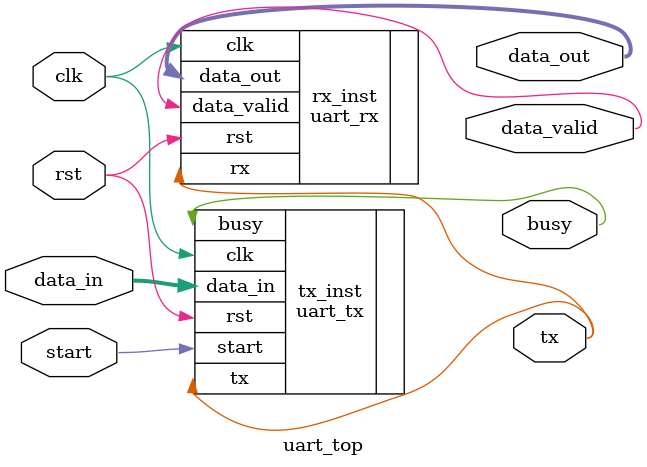
<source format=v>
module uart_top #(
    parameter CLOCK_FREQ = 50000000,
    parameter BAUD_RATE  = 9600
)(
    input clk,
    input rst,
    input start,
    input [7:0] data_in,
    output tx,
    output [7:0] data_out,
    output data_valid,
    output busy
);

    // Instantiate UART Transmitter
    uart_tx #(
        .CLOCK_FREQ(CLOCK_FREQ),
        .BAUD_RATE(BAUD_RATE)
    ) tx_inst (
        .clk(clk),
        .rst(rst),
        .data_in(data_in),
        .start(start),
        .tx(tx),
        .busy(busy)
    );

    // Instantiate UART Receiver
    uart_rx #(
        .CLOCK_FREQ(CLOCK_FREQ),
        .BAUD_RATE(BAUD_RATE)
    ) rx_inst (
        .clk(clk),
        .rst(rst),
        .rx(tx),     // Loopback connection
        .data_out(data_out),
        .data_valid(data_valid)
    );

endmodule
</source>
